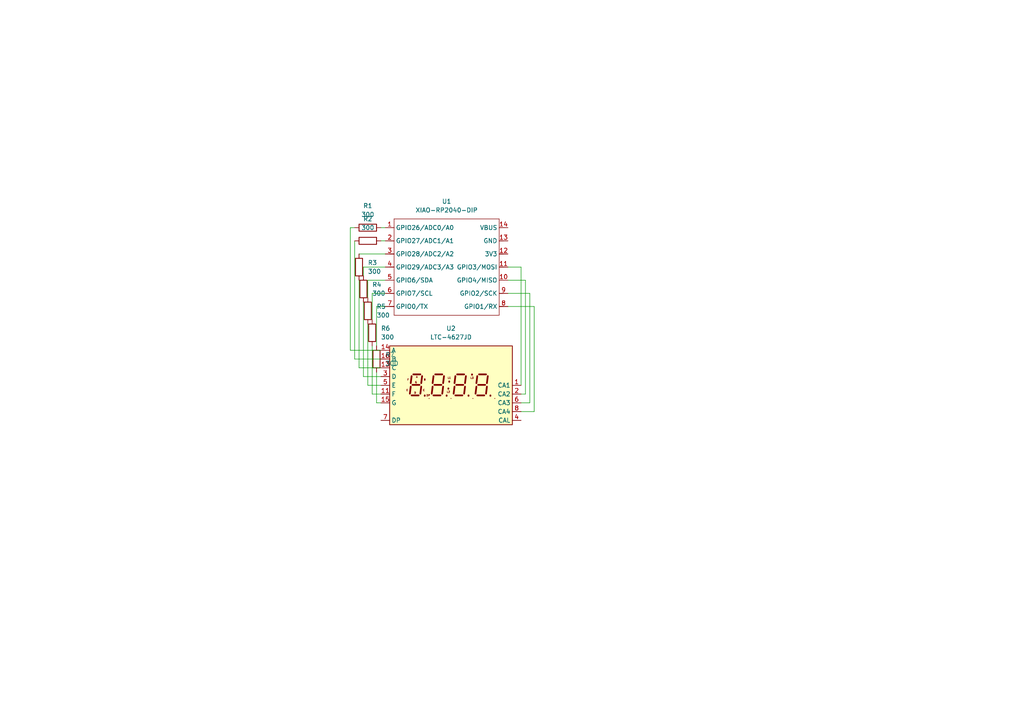
<source format=kicad_sch>
(kicad_sch (version 20250114) (generator "eeschema") (generator_version "9.0")
  (paper "A4")
  (title_block (title "Clock") (date "2026-01-04") (rev "1") (company "IEX Electronics"))
  (lib_symbols
    (symbol "Device:R" (pin_numbers (hide yes)) (pin_names (offset 0))
      (property "Reference" "R" (at 2.032 0 90))
      (property "Value" "R" (at 0 0 90))
      (symbol "R_0_1"
        (rectangle (start -1.016 -2.54) (end 1.016 2.54) (stroke (width 0.254)))
      )
      (symbol "R_1_1"
        (pin passive line (at 0 3.81 270) (length 1.27) (name "~") (number "1"))
        (pin passive line (at 0 -3.81 90) (length 1.27) (name "~") (number "2"))
      )
    )
    (symbol "Display_Character:LTC-4627JD"
      (property "Reference" "U" (at -17.78 12.7 0))
      (property "Value" "LTC-4627JD" (at 17.78 12.7 0))
      (symbol "LTC-4627JD_0_1"
        (rectangle (start -17.78 -11.43) (end 17.78 11.43) (stroke (width 0.254)) (fill (type background)))
        (rectangle (start -6.35 -3.81) (end -6.35 -3.81) (stroke (width 0.254)))
        (polyline (pts (xy -6.35 -3.81) (xy -6.35 -3.81)) (stroke (width 0.254)))
        (polyline (pts (xy 0 -3.81) (xy 0 -3.81)) (stroke (width 0.254)))
        (rectangle (start 0 -3.81) (end 0 -3.81) (stroke (width 0.254)))
        (polyline (pts (xy 6.35 -3.81) (xy 6.35 -3.81)) (stroke (width 0.254)))
        (rectangle (start 6.35 -3.81) (end 6.35 -3.81) (stroke (width 0.254)))
        (polyline (pts (xy 12.7 -3.81) (xy 12.7 -3.81)) (stroke (width 0.254)))
        (rectangle (start 12.7 -3.81) (end 12.7 -3.81) (stroke (width 0.254)))
      )
      (symbol "LTC-4627JD_1_0"
        (text "E" (at -12.7 -1.397 0) (effects (font (size 0.508 0.508))))
        (text "F" (at -12.446 1.651 0) (effects (font (size 0.508 0.508))))
        (text "D" (at -10.414 -2.159 0) (effects (font (size 0.508 0.508))))
        (text "G" (at -10.16 0.889 0) (effects (font (size 0.508 0.508))))
        (text "A" (at -9.906 2.413 0) (effects (font (size 0.508 0.508))))
        (text "C" (at -7.874 -1.397 0) (effects (font (size 0.508 0.508))))
        (text "B" (at -7.62 1.651 0) (effects (font (size 0.508 0.508))))
        (text "DP" (at -6.604 -2.921 0) (effects (font (size 0.508 0.508))))
        (text "L2" (at -0.762 -1.905 0) (effects (font (size 0.508 0.508))))
        (text "L1" (at -0.508 2.159 0) (effects (font (size 0.508 0.508))))
        (text "L3" (at 6.096 2.159 0) (effects (font (size 0.508 0.508))))
      )
      (symbol "LTC-4627JD_1_1"
        (polyline (pts (xy -11.684 -0.381) (xy -11.938 -2.413)) (stroke (width 0.508)))
        (polyline (pts (xy -11.43 2.667) (xy -11.684 0.635)) (stroke (width 0.508)))
        (polyline (pts (xy -11.43 -2.921) (xy -9.398 -2.921)) (stroke (width 0.508)))
        (polyline (pts (xy -11.176 0.127) (xy -9.144 0.127)) (stroke (width 0.508)))
        (polyline (pts (xy -10.922 3.175) (xy -8.89 3.175)) (stroke (width 0.508)))
        (polyline (pts (xy -8.636 -0.381) (xy -8.89 -2.413)) (stroke (width 0.508)))
        (polyline (pts (xy -8.382 2.667) (xy -8.636 0.635)) (stroke (width 0.508)))
        (polyline (pts (xy -7.62 -3.048) (xy -7.62 -2.921)) (stroke (width 0.508)))
        (polyline (pts (xy -5.334 -0.381) (xy -5.588 -2.413)) (stroke (width 0.508)))
        (polyline (pts (xy -5.08 2.667) (xy -5.334 0.635)) (stroke (width 0.508)))
        (polyline (pts (xy -5.08 -2.921) (xy -3.048 -2.921)) (stroke (width 0.508)))
        (polyline (pts (xy -4.826 0.127) (xy -2.794 0.127)) (stroke (width 0.508)))
        (polyline (pts (xy -4.572 3.175) (xy -2.54 3.175)) (stroke (width 0.508)))
        (polyline (pts (xy -2.286 -0.381) (xy -2.54 -2.413)) (stroke (width 0.508)))
        (polyline (pts (xy -2.032 2.667) (xy -2.286 0.635)) (stroke (width 0.508)))
        (polyline (pts (xy -1.27 -3.048) (xy -1.27 -2.921)) (stroke (width 0.508)))
        (polyline (pts (xy -0.762 -1.016) (xy -0.762 -0.889)) (stroke (width 0.508)))
        (polyline (pts (xy -0.508 1.016) (xy -0.508 1.143)) (stroke (width 0.508)))
        (polyline (pts (xy 1.016 -0.381) (xy 0.762 -2.413)) (stroke (width 0.508)))
        (polyline (pts (xy 1.27 2.667) (xy 1.016 0.635)) (stroke (width 0.508)))
        (polyline (pts (xy 1.27 -2.921) (xy 3.302 -2.921)) (stroke (width 0.508)))
        (polyline (pts (xy 1.524 0.127) (xy 3.556 0.127)) (stroke (width 0.508)))
        (polyline (pts (xy 1.778 3.175) (xy 3.81 3.175)) (stroke (width 0.508)))
        (polyline (pts (xy 4.064 -0.381) (xy 3.81 -2.413)) (stroke (width 0.508)))
        (polyline (pts (xy 4.318 2.667) (xy 4.064 0.635)) (stroke (width 0.508)))
        (polyline (pts (xy 5.08 -3.048) (xy 5.08 -2.921)) (stroke (width 0.508)))
        (polyline (pts (xy 6.096 3.048) (xy 6.096 3.175)) (stroke (width 0.508)))
        (polyline (pts (xy 7.366 -0.381) (xy 7.112 -2.413)) (stroke (width 0.508)))
        (polyline (pts (xy 7.62 2.667) (xy 7.366 0.635)) (stroke (width 0.508)))
        (polyline (pts (xy 7.62 -2.921) (xy 9.652 -2.921)) (stroke (width 0.508)))
        (polyline (pts (xy 7.874 0.127) (xy 9.906 0.127)) (stroke (width 0.508)))
        (polyline (pts (xy 8.128 3.175) (xy 10.16 3.175)) (stroke (width 0.508)))
        (polyline (pts (xy 10.414 -0.381) (xy 10.16 -2.413)) (stroke (width 0.508)))
        (polyline (pts (xy 10.668 2.667) (xy 10.414 0.635)) (stroke (width 0.508)))
        (polyline (pts (xy 11.43 -3.048) (xy 11.43 -2.921)) (stroke (width 0.508)))
        (pin input line (at -20.32 10.16 0) (length 2.54) (name "A") (number "14"))
        (pin input line (at -20.32 7.62 0) (length 2.54) (name "B") (number "16"))
        (pin input line (at -20.32 5.08 0) (length 2.54) (name "C") (number "13"))
        (pin input line (at -20.32 2.54 0) (length 2.54) (name "D") (number "3"))
        (pin input line (at -20.32 0 0) (length 2.54) (name "E") (number "5"))
        (pin input line (at -20.32 -2.54 0) (length 2.54) (name "F") (number "11"))
        (pin input line (at -20.32 -5.08 0) (length 2.54) (name "G") (number "15"))
        (pin input line (at -20.32 -10.16 0) (length 2.54) (name "DP") (number "7"))
        (pin no_connect line (at 17.78 7.62 180) (length 2.54) (hide yes) (name "NC") (number "9"))
        (pin input line (at 20.32 0 180) (length 2.54) (name "CA1") (number "1"))
        (pin input line (at 20.32 -2.54 180) (length 2.54) (name "CA2") (number "2"))
        (pin input line (at 20.32 -5.08 180) (length 2.54) (name "CA3") (number "6"))
        (pin input line (at 20.32 -7.62 180) (length 2.54) (name "CA4") (number "8"))
        (pin input line (at 20.32 -10.16 180) (length 2.54) (name "CAL") (number "4"))
      )
    )
    (symbol "opl:XIAO-RP2040-DIP"
      (property "Reference" "U" (at 0 0 0))
      (property "Value" "XIAO-RP2040-DIP" (at 5.334 -1.778 0))
      (symbol "XIAO-RP2040-DIP_1_0"
        (polyline (pts (xy -1.27 -2.54) (xy 29.21 -2.54)) (stroke (width 0.1524)))
        (polyline (pts (xy -1.27 -5.08) (xy -2.54 -5.08)) (stroke (width 0.1524)))
        (polyline (pts (xy -1.27 -5.08) (xy -1.27 -2.54)) (stroke (width 0.1524)))
        (polyline (pts (xy -1.27 -8.89) (xy -2.54 -8.89)) (stroke (width 0.1524)))
        (polyline (pts (xy -1.27 -8.89) (xy -1.27 -5.08)) (stroke (width 0.1524)))
        (polyline (pts (xy -1.27 -12.7) (xy -2.54 -12.7)) (stroke (width 0.1524)))
        (polyline (pts (xy -1.27 -12.7) (xy -1.27 -8.89)) (stroke (width 0.1524)))
        (polyline (pts (xy -1.27 -16.51) (xy -2.54 -16.51)) (stroke (width 0.1524)))
        (polyline (pts (xy -1.27 -16.51) (xy -1.27 -12.7)) (stroke (width 0.1524)))
        (polyline (pts (xy -1.27 -20.32) (xy -2.54 -20.32)) (stroke (width 0.1524)))
        (polyline (pts (xy -1.27 -24.13) (xy -2.54 -24.13)) (stroke (width 0.1524)))
        (polyline (pts (xy -1.27 -27.94) (xy -2.54 -27.94)) (stroke (width 0.1524)))
        (polyline (pts (xy -1.27 -30.48) (xy -1.27 -16.51)) (stroke (width 0.1524)))
        (polyline (pts (xy 29.21 -2.54) (xy 29.21 -5.08)) (stroke (width 0.1524)))
        (polyline (pts (xy 29.21 -5.08) (xy 29.21 -8.89)) (stroke (width 0.1524)))
        (polyline (pts (xy 29.21 -8.89) (xy 29.21 -12.7)) (stroke (width 0.1524)))
        (polyline (pts (xy 29.21 -12.7) (xy 29.21 -30.48)) (stroke (width 0.1524)))
        (polyline (pts (xy 29.21 -30.48) (xy -1.27 -30.48)) (stroke (width 0.1524)))
        (polyline (pts (xy 30.48 -5.08) (xy 29.21 -5.08)) (stroke (width 0.1524)))
        (polyline (pts (xy 30.48 -8.89) (xy 29.21 -8.89)) (stroke (width 0.1524)))
        (polyline (pts (xy 30.48 -12.7) (xy 29.21 -12.7)) (stroke (width 0.1524)))
        (polyline (pts (xy 30.48 -16.51) (xy 29.21 -16.51)) (stroke (width 0.1524)))
        (polyline (pts (xy 30.48 -20.32) (xy 29.21 -20.32)) (stroke (width 0.1524)))
        (polyline (pts (xy 30.48 -24.13) (xy 29.21 -24.13)) (stroke (width 0.1524)))
        (polyline (pts (xy 30.48 -27.94) (xy 29.21 -27.94)) (stroke (width 0.1524)))
        (pin passive line (at -3.81 -5.08 0) (length 2.54) (name "GPIO26/ADC0/A0") (number "1"))
        (pin passive line (at -3.81 -8.89 0) (length 2.54) (name "GPIO27/ADC1/A1") (number "2"))
        (pin passive line (at -3.81 -12.7 0) (length 2.54) (name "GPIO28/ADC2/A2") (number "3"))
        (pin passive line (at -3.81 -16.51 0) (length 2.54) (name "GPIO29/ADC3/A3") (number "4"))
        (pin passive line (at -3.81 -20.32 0) (length 2.54) (name "GPIO6/SDA") (number "5"))
        (pin passive line (at -3.81 -24.13 0) (length 2.54) (name "GPIO7/SCL") (number "6"))
        (pin passive line (at -3.81 -27.94 0) (length 2.54) (name "GPIO0/TX") (number "7"))
        (pin passive line (at 31.75 -5.08 180) (length 2.54) (name "VBUS") (number "14"))
        (pin passive line (at 31.75 -8.89 180) (length 2.54) (name "GND") (number "13"))
        (pin passive line (at 31.75 -12.7 180) (length 2.54) (name "3V3") (number "12"))
        (pin passive line (at 31.75 -16.51 180) (length 2.54) (name "GPIO3/MOSI") (number "11"))
        (pin passive line (at 31.75 -20.32 180) (length 2.54) (name "GPIO4/MISO") (number "10"))
        (pin passive line (at 31.75 -24.13 180) (length 2.54) (name "GPIO2/SCK") (number "9"))
        (pin passive line (at 31.75 -27.94 180) (length 2.54) (name "GPIO1/RX") (number "8"))
      )
    )
  )
  (wire (pts (xy 151.13 77.47) (xy 147.32 77.47)))
  (wire (pts (xy 152.4 81.28) (xy 152.4 114.3)))
  (wire (pts (xy 111.76 88.9) (xy 109.22 88.9)))
  (wire (pts (xy 153.67 85.09) (xy 153.67 116.84)))
  (wire (pts (xy 109.22 116.84) (xy 110.49 116.84)))
  (wire (pts (xy 106.68 81.28) (xy 106.68 86.36)))
  (wire (pts (xy 111.76 66.04) (xy 110.49 66.04)))
  (wire (pts (xy 109.22 88.9) (xy 109.22 100.33)))
  (wire (pts (xy 111.76 81.28) (xy 106.68 81.28)))
  (wire (pts (xy 107.95 114.3) (xy 110.49 114.3)))
  (wire (pts (xy 111.76 77.47) (xy 105.41 77.47)))
  (wire (pts (xy 106.68 111.76) (xy 110.49 111.76)))
  (wire (pts (xy 153.67 116.84) (xy 151.13 116.84)))
  (wire (pts (xy 152.4 114.3) (xy 151.13 114.3)))
  (wire (pts (xy 105.41 77.47) (xy 105.41 80.01)))
  (wire (pts (xy 151.13 111.76) (xy 151.13 77.47)))
  (wire (pts (xy 105.41 87.63) (xy 105.41 109.22)))
  (wire (pts (xy 107.95 100.33) (xy 107.95 114.3)))
  (wire (pts (xy 102.87 69.85) (xy 102.87 104.14)))
  (wire (pts (xy 105.41 109.22) (xy 110.49 109.22)))
  (wire (pts (xy 154.94 119.38) (xy 151.13 119.38)))
  (wire (pts (xy 154.94 88.9) (xy 154.94 119.38)))
  (wire (pts (xy 111.76 85.09) (xy 107.95 85.09)))
  (wire (pts (xy 147.32 81.28) (xy 152.4 81.28)))
  (wire (pts (xy 107.95 85.09) (xy 107.95 92.71)))
  (wire (pts (xy 101.6 66.04) (xy 101.6 101.6)))
  (wire (pts (xy 104.14 81.28) (xy 104.14 106.68)))
  (wire (pts (xy 109.22 107.95) (xy 109.22 116.84)))
  (wire (pts (xy 111.76 69.85) (xy 110.49 69.85)))
  (wire (pts (xy 111.76 73.66) (xy 104.14 73.66)))
  (wire (pts (xy 101.6 101.6) (xy 110.49 101.6)))
  (wire (pts (xy 104.14 106.68) (xy 110.49 106.68)))
  (wire (pts (xy 102.87 66.04) (xy 101.6 66.04)))
  (wire (pts (xy 106.68 93.98) (xy 106.68 111.76)))
  (wire (pts (xy 102.87 104.14) (xy 110.49 104.14)))
  (wire (pts (xy 147.32 88.9) (xy 154.94 88.9)))
  (wire (pts (xy 147.32 85.09) (xy 153.67 85.09)))
  (symbol (lib_id "Device:R") (at 105.41 83.82 0) (unit 1)
    (property "Reference" "R4" (at 107.95 82.5499 0) (effects (justify left)))
    (property "Value" "300" (at 107.95 85.0899 0) (effects (justify left)))
    (property "Footprint" "Resistor_THT:R_Axial_DIN0207_L6.3mm_D2.5mm_P7.62mm_Horizontal" (effects (hide yes)))
    (property "Description" "Resistor" (effects (hide yes)))
  )
  (symbol (lib_id "opl:XIAO-RP2040-DIP") (at 115.57 60.96 0) (unit 1)
    (property "Reference" "U1" (at 129.54 58.42 0))
    (property "Value" "XIAO-RP2040-DIP" (at 129.54 60.96 0))
    (property "Footprint" "opl:XIAO-RP2040-DIP" (effects (hide yes)))
  )
  (symbol (lib_id "Device:R") (at 104.14 77.47 180) (unit 1)
    (property "Reference" "R3" (at 106.68 76.1999 0) (effects (justify right)))
    (property "Value" "300" (at 106.68 78.7399 0) (effects (justify right)))
    (property "Footprint" "Resistor_THT:R_Axial_DIN0207_L6.3mm_D2.5mm_P7.62mm_Horizontal" (effects (hide yes)))
    (property "Description" "Resistor" (effects (hide yes)))
  )
  (symbol (lib_id "Display_Character:LTC-4627JD") (at 130.81 111.76 0) (unit 1)
    (property "Reference" "U2" (at 130.81 95.25 0))
    (property "Value" "LTC-4627JD" (at 130.81 97.79 0))
    (property "Footprint" "Display_7Segment:LTC-4627Jx" (effects (hide yes)))
    (property "Datasheet" "http://optoelectronics.liteon.com/upload/download/DS30-2001-093/LTC-4627JD.pdf" (effects (hide yes)))
    (property "Description" "4 digit 7 segment hyper red, common anode" (effects (hide yes)))
  )
  (symbol (lib_id "Device:R") (at 106.68 66.04 90) (unit 1)
    (property "Reference" "R1" (at 106.68 59.69 90))
    (property "Value" "300" (at 106.68 62.23 90))
    (property "Footprint" "Resistor_THT:R_Axial_DIN0207_L6.3mm_D2.5mm_P7.62mm_Horizontal" (effects (hide yes)))
    (property "Description" "Resistor" (effects (hide yes)))
  )
  (symbol (lib_id "Device:R") (at 107.95 96.52 0) (unit 1)
    (property "Reference" "R6" (at 110.49 95.2499 0) (effects (justify left)))
    (property "Value" "300" (at 110.49 97.7899 0) (effects (justify left)))
    (property "Footprint" "Resistor_THT:R_Axial_DIN0207_L6.3mm_D2.5mm_P7.62mm_Horizontal" (effects (hide yes)))
    (property "Description" "Resistor" (effects (hide yes)))
  )
  (symbol (lib_id "Device:R") (at 106.68 90.17 180) (unit 1)
    (property "Reference" "R5" (at 109.22 88.8999 0) (effects (justify right)))
    (property "Value" "300" (at 109.22 91.4399 0) (effects (justify right)))
    (property "Footprint" "Resistor_THT:R_Axial_DIN0207_L6.3mm_D2.5mm_P7.62mm_Horizontal" (effects (hide yes)))
    (property "Description" "Resistor" (effects (hide yes)))
  )
  (symbol (lib_id "Device:R") (at 109.22 104.14 180) (unit 1)
    (property "Reference" "R7" (at 111.76 102.8699 0) (effects (justify right)))
    (property "Value" "300" (at 111.76 105.4099 0) (effects (justify right)))
    (property "Footprint" "Resistor_THT:R_Axial_DIN0207_L6.3mm_D2.5mm_P7.62mm_Horizontal" (effects (hide yes)))
    (property "Description" "Resistor" (effects (hide yes)))
  )
  (symbol (lib_id "Device:R") (at 106.68 69.85 90) (unit 1)
    (property "Reference" "R2" (at 106.68 63.5 90))
    (property "Value" "300" (at 106.68 66.04 90))
    (property "Footprint" "Resistor_THT:R_Axial_DIN0207_L6.3mm_D2.5mm_P7.62mm_Horizontal" (effects (hide yes)))
    (property "Description" "Resistor" (effects (hide yes)))
  )
)
</source>
